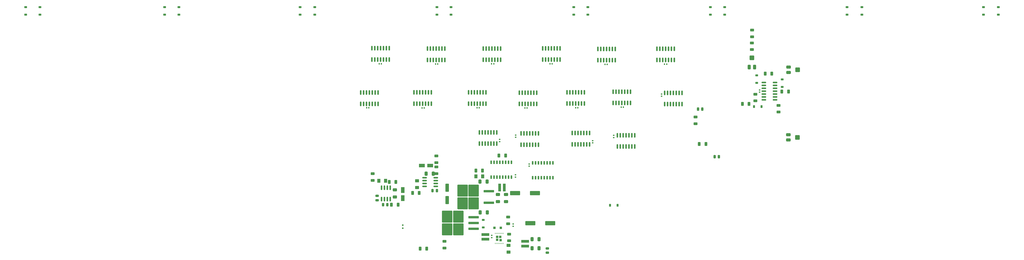
<source format=gbr>
%TF.GenerationSoftware,KiCad,Pcbnew,7.0.8*%
%TF.CreationDate,2023-11-16T11:59:51+01:00*%
%TF.ProjectId,main-board-rev1,6d61696e-2d62-46f6-9172-642d72657631,rev?*%
%TF.SameCoordinates,Original*%
%TF.FileFunction,Paste,Top*%
%TF.FilePolarity,Positive*%
%FSLAX46Y46*%
G04 Gerber Fmt 4.6, Leading zero omitted, Abs format (unit mm)*
G04 Created by KiCad (PCBNEW 7.0.8) date 2023-11-16 11:59:51*
%MOMM*%
%LPD*%
G01*
G04 APERTURE LIST*
G04 Aperture macros list*
%AMRoundRect*
0 Rectangle with rounded corners*
0 $1 Rounding radius*
0 $2 $3 $4 $5 $6 $7 $8 $9 X,Y pos of 4 corners*
0 Add a 4 corners polygon primitive as box body*
4,1,4,$2,$3,$4,$5,$6,$7,$8,$9,$2,$3,0*
0 Add four circle primitives for the rounded corners*
1,1,$1+$1,$2,$3*
1,1,$1+$1,$4,$5*
1,1,$1+$1,$6,$7*
1,1,$1+$1,$8,$9*
0 Add four rect primitives between the rounded corners*
20,1,$1+$1,$2,$3,$4,$5,0*
20,1,$1+$1,$4,$5,$6,$7,0*
20,1,$1+$1,$6,$7,$8,$9,0*
20,1,$1+$1,$8,$9,$2,$3,0*%
G04 Aperture macros list end*
%ADD10RoundRect,0.150000X0.150000X-0.825000X0.150000X0.825000X-0.150000X0.825000X-0.150000X-0.825000X0*%
%ADD11RoundRect,0.150000X-0.150000X0.825000X-0.150000X-0.825000X0.150000X-0.825000X0.150000X0.825000X0*%
%ADD12RoundRect,0.140000X0.140000X0.170000X-0.140000X0.170000X-0.140000X-0.170000X0.140000X-0.170000X0*%
%ADD13RoundRect,0.225000X0.375000X-0.225000X0.375000X0.225000X-0.375000X0.225000X-0.375000X-0.225000X0*%
%ADD14RoundRect,0.250000X-0.625000X0.312500X-0.625000X-0.312500X0.625000X-0.312500X0.625000X0.312500X0*%
%ADD15RoundRect,0.225000X0.225000X0.375000X-0.225000X0.375000X-0.225000X-0.375000X0.225000X-0.375000X0*%
%ADD16RoundRect,0.250001X-0.462499X-0.624999X0.462499X-0.624999X0.462499X0.624999X-0.462499X0.624999X0*%
%ADD17RoundRect,0.250000X0.475000X-0.250000X0.475000X0.250000X-0.475000X0.250000X-0.475000X-0.250000X0*%
%ADD18RoundRect,0.250000X2.050000X0.300000X-2.050000X0.300000X-2.050000X-0.300000X2.050000X-0.300000X0*%
%ADD19RoundRect,0.250000X2.025000X2.375000X-2.025000X2.375000X-2.025000X-2.375000X2.025000X-2.375000X0*%
%ADD20RoundRect,0.250000X-0.650000X0.412500X-0.650000X-0.412500X0.650000X-0.412500X0.650000X0.412500X0*%
%ADD21RoundRect,0.250000X1.050000X0.550000X-1.050000X0.550000X-1.050000X-0.550000X1.050000X-0.550000X0*%
%ADD22RoundRect,0.250000X-0.412500X-0.650000X0.412500X-0.650000X0.412500X0.650000X-0.412500X0.650000X0*%
%ADD23RoundRect,0.250000X0.412500X0.650000X-0.412500X0.650000X-0.412500X-0.650000X0.412500X-0.650000X0*%
%ADD24RoundRect,0.250000X0.312500X0.625000X-0.312500X0.625000X-0.312500X-0.625000X0.312500X-0.625000X0*%
%ADD25RoundRect,0.250000X-0.250000X-0.475000X0.250000X-0.475000X0.250000X0.475000X-0.250000X0.475000X0*%
%ADD26RoundRect,0.140000X-0.170000X0.140000X-0.170000X-0.140000X0.170000X-0.140000X0.170000X0.140000X0*%
%ADD27RoundRect,0.140000X-0.140000X-0.170000X0.140000X-0.170000X0.140000X0.170000X-0.140000X0.170000X0*%
%ADD28RoundRect,0.150000X-0.150000X0.650000X-0.150000X-0.650000X0.150000X-0.650000X0.150000X0.650000X0*%
%ADD29R,3.400000X1.300000*%
%ADD30RoundRect,0.140000X0.170000X-0.140000X0.170000X0.140000X-0.170000X0.140000X-0.170000X-0.140000X0*%
%ADD31RoundRect,0.250001X0.624999X-0.462499X0.624999X0.462499X-0.624999X0.462499X-0.624999X-0.462499X0*%
%ADD32RoundRect,0.250000X0.625000X-0.312500X0.625000X0.312500X-0.625000X0.312500X-0.625000X-0.312500X0*%
%ADD33R,1.300000X3.400000*%
%ADD34RoundRect,0.250000X-1.950000X-0.700000X1.950000X-0.700000X1.950000X0.700000X-1.950000X0.700000X0*%
%ADD35RoundRect,0.250000X0.750000X-0.400000X0.750000X0.400000X-0.750000X0.400000X-0.750000X-0.400000X0*%
%ADD36RoundRect,0.250000X0.750000X-0.750000X0.750000X0.750000X-0.750000X0.750000X-0.750000X-0.750000X0*%
%ADD37RoundRect,0.250000X-0.312500X-0.625000X0.312500X-0.625000X0.312500X0.625000X-0.312500X0.625000X0*%
%ADD38RoundRect,0.250000X0.400000X0.750000X-0.400000X0.750000X-0.400000X-0.750000X0.400000X-0.750000X0*%
%ADD39RoundRect,0.250000X0.750000X0.750000X-0.750000X0.750000X-0.750000X-0.750000X0.750000X-0.750000X0*%
%ADD40RoundRect,0.150000X0.825000X0.150000X-0.825000X0.150000X-0.825000X-0.150000X0.825000X-0.150000X0*%
%ADD41RoundRect,0.225000X-0.225000X-0.375000X0.225000X-0.375000X0.225000X0.375000X-0.225000X0.375000X0*%
%ADD42RoundRect,0.250001X-0.624999X0.462499X-0.624999X-0.462499X0.624999X-0.462499X0.624999X0.462499X0*%
%ADD43RoundRect,0.250000X0.550000X-1.050000X0.550000X1.050000X-0.550000X1.050000X-0.550000X-1.050000X0*%
%ADD44RoundRect,0.225000X-0.375000X0.225000X-0.375000X-0.225000X0.375000X-0.225000X0.375000X0.225000X0*%
%ADD45RoundRect,0.150000X-0.825000X-0.150000X0.825000X-0.150000X0.825000X0.150000X-0.825000X0.150000X0*%
%ADD46R,1.050000X1.050000*%
%ADD47R,0.250000X0.600000*%
%ADD48RoundRect,0.250000X0.250000X0.475000X-0.250000X0.475000X-0.250000X-0.475000X0.250000X-0.475000X0*%
%ADD49RoundRect,0.250000X-0.300000X-0.300000X0.300000X-0.300000X0.300000X0.300000X-0.300000X0.300000X0*%
%ADD50RoundRect,0.250000X-0.475000X0.250000X-0.475000X-0.250000X0.475000X-0.250000X0.475000X0.250000X0*%
%ADD51RoundRect,0.150000X0.150000X-0.650000X0.150000X0.650000X-0.150000X0.650000X-0.150000X-0.650000X0*%
%ADD52RoundRect,0.150000X0.200000X-0.150000X0.200000X0.150000X-0.200000X0.150000X-0.200000X-0.150000X0*%
%ADD53RoundRect,0.250000X-0.550000X1.500000X-0.550000X-1.500000X0.550000X-1.500000X0.550000X1.500000X0*%
G04 APERTURE END LIST*
D10*
%TO.C,U409*%
X315060682Y-712998023D03*
X316330682Y-712998023D03*
X317600682Y-712998023D03*
X318870682Y-712998023D03*
X320140682Y-712998023D03*
X321410682Y-712998023D03*
X322680682Y-712998023D03*
X322680682Y-708048023D03*
X321410682Y-708048023D03*
X320140682Y-708048023D03*
X318870682Y-708048023D03*
X317600682Y-708048023D03*
X316330682Y-708048023D03*
X315060682Y-708048023D03*
%TD*%
D11*
%TO.C,U402*%
X361680682Y-745198023D03*
X360410682Y-745198023D03*
X359140682Y-745198023D03*
X357870682Y-745198023D03*
X356600682Y-745198023D03*
X355330682Y-745198023D03*
X354060682Y-745198023D03*
X354060682Y-750148023D03*
X355330682Y-750148023D03*
X356600682Y-750148023D03*
X357870682Y-750148023D03*
X359140682Y-750148023D03*
X360410682Y-750148023D03*
X361680682Y-750148023D03*
%TD*%
D10*
%TO.C,U419*%
X391240682Y-713098023D03*
X392510682Y-713098023D03*
X393780682Y-713098023D03*
X395050682Y-713098023D03*
X396320682Y-713098023D03*
X397590682Y-713098023D03*
X398860682Y-713098023D03*
X398860682Y-708148023D03*
X397590682Y-708148023D03*
X396320682Y-708148023D03*
X395050682Y-708148023D03*
X393780682Y-708148023D03*
X392510682Y-708148023D03*
X391240682Y-708148023D03*
%TD*%
D12*
%TO.C,C403*%
X319670682Y-714748023D03*
X318710682Y-714748023D03*
%TD*%
D13*
%TO.C,D101*%
X114320682Y-693198023D03*
X114320682Y-689898023D03*
%TD*%
D14*
%TO.C,R304*%
X408180682Y-738185523D03*
X408180682Y-741110523D03*
%TD*%
D13*
%TO.C,D110*%
X181520682Y-693198023D03*
X181520682Y-689898023D03*
%TD*%
D10*
%TO.C,U413*%
X284610682Y-732298023D03*
X285880682Y-732298023D03*
X287150682Y-732298023D03*
X288420682Y-732298023D03*
X289690682Y-732298023D03*
X290960682Y-732298023D03*
X292230682Y-732298023D03*
X292230682Y-727348023D03*
X290960682Y-727348023D03*
X289690682Y-727348023D03*
X288420682Y-727348023D03*
X287150682Y-727348023D03*
X285880682Y-727348023D03*
X284610682Y-727348023D03*
%TD*%
D15*
%TO.C,D125*%
X437080682Y-733548023D03*
X433780682Y-733548023D03*
%TD*%
D13*
%TO.C,D109*%
X120520682Y-693198023D03*
X120520682Y-689898023D03*
%TD*%
D16*
%TO.C,D204*%
X311798182Y-764223023D03*
X314773182Y-764223023D03*
%TD*%
D17*
%TO.C,C205*%
X343160682Y-797748023D03*
X343160682Y-795848023D03*
%TD*%
D18*
%TO.C,U202*%
X317510682Y-775838023D03*
D19*
X310785682Y-776073023D03*
X310785682Y-770523023D03*
X305935682Y-776073023D03*
X305935682Y-770523023D03*
D18*
X317510682Y-770758023D03*
%TD*%
D13*
%TO.C,D107*%
X474620682Y-693198023D03*
X474620682Y-689898023D03*
%TD*%
D12*
%TO.C,C410*%
X289160682Y-734174689D03*
X288200682Y-734174689D03*
%TD*%
D20*
%TO.C,C209*%
X321485682Y-772173023D03*
X321485682Y-775298023D03*
%TD*%
D18*
%TO.C,Q201*%
X310810682Y-787263023D03*
X310810682Y-784723023D03*
D19*
X304085682Y-787498023D03*
X304085682Y-781948023D03*
X299235682Y-787498023D03*
X299235682Y-781948023D03*
D18*
X310810682Y-782183023D03*
%TD*%
D11*
%TO.C,U405*%
X320980682Y-744898023D03*
X319710682Y-744898023D03*
X318440682Y-744898023D03*
X317170682Y-744898023D03*
X315900682Y-744898023D03*
X314630682Y-744898023D03*
X313360682Y-744898023D03*
X313360682Y-749848023D03*
X314630682Y-749848023D03*
X315900682Y-749848023D03*
X317170682Y-749848023D03*
X318440682Y-749848023D03*
X319710682Y-749848023D03*
X320980682Y-749848023D03*
%TD*%
D21*
%TO.C,C303*%
X291735682Y-759510523D03*
X288135682Y-759510523D03*
%TD*%
D22*
%TO.C,C207*%
X336410682Y-791798023D03*
X339535682Y-791798023D03*
%TD*%
D23*
%TO.C,C202*%
X316798182Y-780048023D03*
X313673182Y-780048023D03*
%TD*%
D13*
%TO.C,D105*%
X354720682Y-693198023D03*
X354720682Y-689898023D03*
%TD*%
%TO.C,D102*%
X175220682Y-693198023D03*
X175220682Y-689898023D03*
%TD*%
D22*
%TO.C,C206*%
X336410682Y-795798023D03*
X339535682Y-795798023D03*
%TD*%
D24*
%TO.C,R201*%
X290235682Y-795948023D03*
X287310682Y-795948023D03*
%TD*%
D13*
%TO.C,D126*%
X446180682Y-724948023D03*
X446180682Y-721648023D03*
%TD*%
%TO.C,D112*%
X300920682Y-693198023D03*
X300920682Y-689898023D03*
%TD*%
D25*
%TO.C,C306*%
X416520682Y-755578023D03*
X418420682Y-755578023D03*
%TD*%
D24*
%TO.C,R103*%
X441630682Y-719098023D03*
X438705682Y-719098023D03*
%TD*%
D12*
%TO.C,C419*%
X395520682Y-714948023D03*
X394560682Y-714948023D03*
%TD*%
D26*
%TO.C,C201*%
X328160682Y-785150523D03*
X328160682Y-786110523D03*
%TD*%
D12*
%TO.C,C415*%
X270320682Y-714748023D03*
X269360682Y-714748023D03*
%TD*%
D23*
%TO.C,C204*%
X316748182Y-766548023D03*
X313623182Y-766548023D03*
%TD*%
D13*
%TO.C,D103*%
X234720682Y-693198023D03*
X234720682Y-689898023D03*
%TD*%
D22*
%TO.C,C304*%
X289973182Y-763010523D03*
X293098182Y-763010523D03*
%TD*%
D27*
%TO.C,C416*%
X333300682Y-734148023D03*
X334260682Y-734148023D03*
%TD*%
D14*
%TO.C,R106*%
X434430682Y-728123023D03*
X434430682Y-731048023D03*
%TD*%
D10*
%TO.C,U407*%
X373850682Y-751123023D03*
X375120682Y-751123023D03*
X376390682Y-751123023D03*
X377660682Y-751123023D03*
X378930682Y-751123023D03*
X380200682Y-751123023D03*
X381470682Y-751123023D03*
X381470682Y-746173023D03*
X380200682Y-746173023D03*
X378930682Y-746173023D03*
X377660682Y-746173023D03*
X376390682Y-746173023D03*
X375120682Y-746173023D03*
X373850682Y-746173023D03*
%TD*%
D28*
%TO.C,U404*%
X327430682Y-758048023D03*
X326160682Y-758048023D03*
X324890682Y-758048023D03*
X323620682Y-758048023D03*
X322350682Y-758048023D03*
X321080682Y-758048023D03*
X319810682Y-758048023D03*
X318540682Y-758048023D03*
X318540682Y-764548023D03*
X319810682Y-764548023D03*
X321080682Y-764548023D03*
X322350682Y-764548023D03*
X323620682Y-764548023D03*
X324890682Y-764548023D03*
X326160682Y-764548023D03*
X327430682Y-764548023D03*
%TD*%
D12*
%TO.C,C404*%
X376490682Y-733848023D03*
X375530682Y-733848023D03*
%TD*%
D26*
%TO.C,C405*%
X393260682Y-728038023D03*
X393260682Y-728998023D03*
%TD*%
D29*
%TO.C,L201*%
X315985682Y-789760523D03*
X315985682Y-791860523D03*
%TD*%
D13*
%TO.C,D135*%
X435000682Y-723174689D03*
X435000682Y-719874689D03*
%TD*%
D20*
%TO.C,C210*%
X324985682Y-772173023D03*
X324985682Y-775298023D03*
%TD*%
D13*
%TO.C,D104*%
X294720682Y-693198023D03*
X294720682Y-689898023D03*
%TD*%
D30*
%TO.C,C402*%
X335160682Y-759778023D03*
X335160682Y-758818023D03*
%TD*%
D13*
%TO.C,D115*%
X481120682Y-693198023D03*
X481120682Y-689898023D03*
%TD*%
D27*
%TO.C,C409*%
X344330682Y-714748023D03*
X345290682Y-714748023D03*
%TD*%
D31*
%TO.C,D301*%
X286000000Y-769137500D03*
X286000000Y-766162500D03*
%TD*%
D12*
%TO.C,C412*%
X295070682Y-714848023D03*
X294110682Y-714848023D03*
%TD*%
D24*
%TO.C,R101*%
X448963182Y-726974689D03*
X446038182Y-726974689D03*
%TD*%
D13*
%TO.C,D113*%
X360920682Y-693198023D03*
X360920682Y-689898023D03*
%TD*%
D32*
%TO.C,R107*%
X444580682Y-735985523D03*
X444580682Y-733060523D03*
%TD*%
D30*
%TO.C,C1*%
X436300682Y-727234689D03*
X436300682Y-726274689D03*
%TD*%
D33*
%TO.C,L203*%
X322185682Y-769173023D03*
X324285682Y-769173023D03*
%TD*%
D34*
%TO.C,C211*%
X328985682Y-771548023D03*
X337685682Y-771548023D03*
%TD*%
D35*
%TO.C,RV102*%
X448980682Y-718548023D03*
D36*
X452980682Y-717398023D03*
D35*
X448980682Y-716248023D03*
%TD*%
%TO.C,RV103*%
X448880682Y-748235523D03*
D36*
X452880682Y-747085523D03*
D35*
X448880682Y-745935523D03*
%TD*%
D37*
%TO.C,R306*%
X273773182Y-766698023D03*
X276698182Y-766698023D03*
%TD*%
D30*
%TO.C,C414*%
X322260682Y-748958023D03*
X322260682Y-747998023D03*
%TD*%
D38*
%TO.C,RV101*%
X434030682Y-716185523D03*
D39*
X432880682Y-712185523D03*
D38*
X431730682Y-716185523D03*
%TD*%
D10*
%TO.C,U414*%
X290540682Y-713048023D03*
X291810682Y-713048023D03*
X293080682Y-713048023D03*
X294350682Y-713048023D03*
X295620682Y-713048023D03*
X296890682Y-713048023D03*
X298160682Y-713048023D03*
X298160682Y-708098023D03*
X296890682Y-708098023D03*
X295620682Y-708098023D03*
X294350682Y-708098023D03*
X293080682Y-708098023D03*
X291810682Y-708098023D03*
X290540682Y-708098023D03*
%TD*%
D25*
%TO.C,C301*%
X292785682Y-770510523D03*
X294685682Y-770510523D03*
%TD*%
D40*
%TO.C,U2*%
X443050682Y-730594689D03*
X443050682Y-729324689D03*
X443050682Y-728054689D03*
X443050682Y-726784689D03*
X443050682Y-725514689D03*
X443050682Y-724244689D03*
X443050682Y-722974689D03*
X438100682Y-722974689D03*
X438100682Y-724244689D03*
X438100682Y-725514689D03*
X438100682Y-726784689D03*
X438100682Y-728054689D03*
X438100682Y-729324689D03*
X438100682Y-730594689D03*
%TD*%
D27*
%TO.C,C413*%
X263900682Y-734098023D03*
X264860682Y-734098023D03*
%TD*%
D10*
%TO.C,U418*%
X351810682Y-732248023D03*
X353080682Y-732248023D03*
X354350682Y-732248023D03*
X355620682Y-732248023D03*
X356890682Y-732248023D03*
X358160682Y-732248023D03*
X359430682Y-732248023D03*
X359430682Y-727298023D03*
X358160682Y-727298023D03*
X356890682Y-727298023D03*
X355620682Y-727298023D03*
X354350682Y-727298023D03*
X353080682Y-727298023D03*
X351810682Y-727298023D03*
%TD*%
D41*
%TO.C,D401*%
X370625682Y-776900523D03*
X373925682Y-776900523D03*
%TD*%
D24*
%TO.C,R105*%
X431643182Y-732398023D03*
X428718182Y-732398023D03*
%TD*%
%TO.C,R401*%
X324818182Y-755063023D03*
X321893182Y-755063023D03*
%TD*%
D14*
%TO.C,R205*%
X326410682Y-789585523D03*
X326410682Y-792510523D03*
%TD*%
D42*
%TO.C,D205*%
X326160682Y-794560523D03*
X326160682Y-797535523D03*
%TD*%
D10*
%TO.C,U417*%
X330890682Y-732398023D03*
X332160682Y-732398023D03*
X333430682Y-732398023D03*
X334700682Y-732398023D03*
X335970682Y-732398023D03*
X337240682Y-732398023D03*
X338510682Y-732398023D03*
X338510682Y-727448023D03*
X337240682Y-727448023D03*
X335970682Y-727448023D03*
X334700682Y-727448023D03*
X333430682Y-727448023D03*
X332160682Y-727448023D03*
X330890682Y-727448023D03*
%TD*%
%TO.C,U408*%
X372050682Y-731998023D03*
X373320682Y-731998023D03*
X374590682Y-731998023D03*
X375860682Y-731998023D03*
X377130682Y-731998023D03*
X378400682Y-731998023D03*
X379670682Y-731998023D03*
X379670682Y-727048023D03*
X378400682Y-727048023D03*
X377130682Y-727048023D03*
X375860682Y-727048023D03*
X374590682Y-727048023D03*
X373320682Y-727048023D03*
X372050682Y-727048023D03*
%TD*%
D27*
%TO.C,C406*%
X368450682Y-714998023D03*
X369410682Y-714998023D03*
%TD*%
D10*
%TO.C,U416*%
X266140682Y-712898023D03*
X267410682Y-712898023D03*
X268680682Y-712898023D03*
X269950682Y-712898023D03*
X271220682Y-712898023D03*
X272490682Y-712898023D03*
X273760682Y-712898023D03*
X273760682Y-707948023D03*
X272490682Y-707948023D03*
X271220682Y-707948023D03*
X269950682Y-707948023D03*
X268680682Y-707948023D03*
X267410682Y-707948023D03*
X266140682Y-707948023D03*
%TD*%
D24*
%TO.C,R204*%
X314710682Y-761723023D03*
X311785682Y-761723023D03*
%TD*%
D25*
%TO.C,C305*%
X409230682Y-734698023D03*
X411130682Y-734698023D03*
%TD*%
D30*
%TO.C,C401*%
X329160682Y-764528023D03*
X329160682Y-763568023D03*
%TD*%
D29*
%TO.C,L202*%
X333410682Y-794848023D03*
X333410682Y-792748023D03*
%TD*%
D13*
%TO.C,D106*%
X414720682Y-693198023D03*
X414720682Y-689898023D03*
%TD*%
%TO.C,D111*%
X241120682Y-693198023D03*
X241120682Y-689898023D03*
%TD*%
D43*
%TO.C,C308*%
X279735682Y-773798023D03*
X279735682Y-770198023D03*
%TD*%
D44*
%TO.C,D202*%
X314985682Y-783398023D03*
X314985682Y-786698023D03*
%TD*%
D34*
%TO.C,C208*%
X335685682Y-784798023D03*
X344385682Y-784798023D03*
%TD*%
D20*
%TO.C,C309*%
X276235682Y-770185523D03*
X276235682Y-773310523D03*
%TD*%
D14*
%TO.C,R307*%
X266550000Y-763037500D03*
X266550000Y-765962500D03*
%TD*%
D24*
%TO.C,R305*%
X412725682Y-750038023D03*
X409800682Y-750038023D03*
%TD*%
D10*
%TO.C,U412*%
X341090682Y-712948023D03*
X342360682Y-712948023D03*
X343630682Y-712948023D03*
X344900682Y-712948023D03*
X346170682Y-712948023D03*
X347440682Y-712948023D03*
X348710682Y-712948023D03*
X348710682Y-707998023D03*
X347440682Y-707998023D03*
X346170682Y-707998023D03*
X344900682Y-707998023D03*
X343630682Y-707998023D03*
X342360682Y-707998023D03*
X341090682Y-707998023D03*
%TD*%
D32*
%TO.C,R303*%
X294485682Y-763010523D03*
X294485682Y-760085523D03*
%TD*%
D16*
%TO.C,D302*%
X269248182Y-766198023D03*
X272223182Y-766198023D03*
%TD*%
D26*
%TO.C,C417*%
X372300682Y-746214689D03*
X372300682Y-747174689D03*
%TD*%
D45*
%TO.C,U301*%
X289260682Y-764855523D03*
X289260682Y-766125523D03*
X289260682Y-767395523D03*
X289260682Y-768665523D03*
X294210682Y-768665523D03*
X294210682Y-767395523D03*
X294210682Y-766125523D03*
X294210682Y-764855523D03*
%TD*%
D12*
%TO.C,C418*%
X356520682Y-734048023D03*
X355560682Y-734048023D03*
%TD*%
D32*
%TO.C,R104*%
X432880682Y-708548023D03*
X432880682Y-705623023D03*
%TD*%
D46*
%TO.C,U201*%
X322610682Y-792248023D03*
X321160682Y-792098023D03*
X321160682Y-790798023D03*
X322460682Y-790798023D03*
D47*
X320310682Y-793648023D03*
X320810682Y-793648023D03*
X321310682Y-793648023D03*
X321810682Y-793648023D03*
X322310682Y-793648023D03*
X322810682Y-793648023D03*
X323310682Y-793648023D03*
X323810682Y-793648023D03*
X323810682Y-789248023D03*
X323310682Y-789248023D03*
X322810682Y-789248023D03*
X322310682Y-789248023D03*
X321810682Y-789248023D03*
X321310682Y-789248023D03*
X320810682Y-789248023D03*
X320310682Y-789248023D03*
%TD*%
D14*
%TO.C,R202*%
X297985682Y-792773023D03*
X297985682Y-795698023D03*
%TD*%
D10*
%TO.C,U415*%
X261270682Y-732348023D03*
X262540682Y-732348023D03*
X263810682Y-732348023D03*
X265080682Y-732348023D03*
X266350682Y-732348023D03*
X267620682Y-732348023D03*
X268890682Y-732348023D03*
X268890682Y-727398023D03*
X267620682Y-727398023D03*
X266350682Y-727398023D03*
X265080682Y-727398023D03*
X263810682Y-727398023D03*
X262540682Y-727398023D03*
X261270682Y-727398023D03*
%TD*%
D30*
%TO.C,C408*%
X363010682Y-749528023D03*
X363010682Y-748568023D03*
%TD*%
D13*
%TO.C,D114*%
X420920682Y-693198023D03*
X420920682Y-689898023D03*
%TD*%
D10*
%TO.C,U410*%
X365360682Y-713198023D03*
X366630682Y-713198023D03*
X367900682Y-713198023D03*
X369170682Y-713198023D03*
X370440682Y-713198023D03*
X371710682Y-713198023D03*
X372980682Y-713198023D03*
X372980682Y-708248023D03*
X371710682Y-708248023D03*
X370440682Y-708248023D03*
X369170682Y-708248023D03*
X367900682Y-708248023D03*
X366630682Y-708248023D03*
X365360682Y-708248023D03*
%TD*%
%TO.C,U401*%
X394640682Y-732498023D03*
X395910682Y-732498023D03*
X397180682Y-732498023D03*
X398450682Y-732498023D03*
X399720682Y-732498023D03*
X400990682Y-732498023D03*
X402260682Y-732498023D03*
X402260682Y-727548023D03*
X400990682Y-727548023D03*
X399720682Y-727548023D03*
X398450682Y-727548023D03*
X397180682Y-727548023D03*
X395910682Y-727548023D03*
X394640682Y-727548023D03*
%TD*%
D48*
%TO.C,C310*%
X272985682Y-776698023D03*
X271085682Y-776698023D03*
%TD*%
D13*
%TO.C,D116*%
X541020682Y-693198023D03*
X541020682Y-689898023D03*
%TD*%
D49*
%TO.C,D203*%
X319910682Y-786860523D03*
X322710682Y-786860523D03*
%TD*%
D50*
%TO.C,C307*%
X268485682Y-772798023D03*
X268485682Y-774698023D03*
%TD*%
D32*
%TO.C,R302*%
X294485682Y-758185523D03*
X294485682Y-755260523D03*
%TD*%
D10*
%TO.C,U403*%
X331650682Y-750323023D03*
X332920682Y-750323023D03*
X334190682Y-750323023D03*
X335460682Y-750323023D03*
X336730682Y-750323023D03*
X338000682Y-750323023D03*
X339270682Y-750323023D03*
X339270682Y-745373023D03*
X338000682Y-745373023D03*
X336730682Y-745373023D03*
X335460682Y-745373023D03*
X334190682Y-745373023D03*
X332920682Y-745373023D03*
X331650682Y-745373023D03*
%TD*%
D26*
%TO.C,C411*%
X329260682Y-746068023D03*
X329260682Y-747028023D03*
%TD*%
D13*
%TO.C,D108*%
X534520682Y-693198023D03*
X534520682Y-689898023D03*
%TD*%
D30*
%TO.C,C203*%
X318735682Y-791110523D03*
X318735682Y-790150523D03*
%TD*%
D11*
%TO.C,U302*%
X274235682Y-769248023D03*
X272965682Y-769248023D03*
X271695682Y-769248023D03*
X270425682Y-769248023D03*
X270425682Y-774198023D03*
X271695682Y-774198023D03*
X272965682Y-774198023D03*
X274235682Y-774198023D03*
%TD*%
D37*
%TO.C,R308*%
X274735682Y-776698023D03*
X277660682Y-776698023D03*
%TD*%
D12*
%TO.C,C407*%
X313270682Y-734048023D03*
X312310682Y-734048023D03*
%TD*%
D37*
%TO.C,R301*%
X284023182Y-771510523D03*
X286948182Y-771510523D03*
%TD*%
D51*
%TO.C,U406*%
X336715682Y-764798023D03*
X337985682Y-764798023D03*
X339255682Y-764798023D03*
X340525682Y-764798023D03*
X341795682Y-764798023D03*
X343065682Y-764798023D03*
X344335682Y-764798023D03*
X345605682Y-764798023D03*
X345605682Y-758298023D03*
X344335682Y-758298023D03*
X343065682Y-758298023D03*
X341795682Y-758298023D03*
X340525682Y-758298023D03*
X339255682Y-758298023D03*
X337985682Y-758298023D03*
X336715682Y-758298023D03*
%TD*%
D52*
%TO.C,D201*%
X279735682Y-785613023D03*
X279735682Y-787013023D03*
%TD*%
D53*
%TO.C,C302*%
X299235682Y-769260523D03*
X299235682Y-774660523D03*
%TD*%
D32*
%TO.C,R203*%
X325910682Y-785048023D03*
X325910682Y-782123023D03*
%TD*%
D10*
%TO.C,U411*%
X308630682Y-732274689D03*
X309900682Y-732274689D03*
X311170682Y-732274689D03*
X312440682Y-732274689D03*
X313710682Y-732274689D03*
X314980682Y-732274689D03*
X316250682Y-732274689D03*
X316250682Y-727324689D03*
X314980682Y-727324689D03*
X313710682Y-727324689D03*
X312440682Y-727324689D03*
X311170682Y-727324689D03*
X309900682Y-727324689D03*
X308630682Y-727324689D03*
%TD*%
D14*
%TO.C,R102*%
X432980682Y-699973023D03*
X432980682Y-702898023D03*
%TD*%
M02*

</source>
